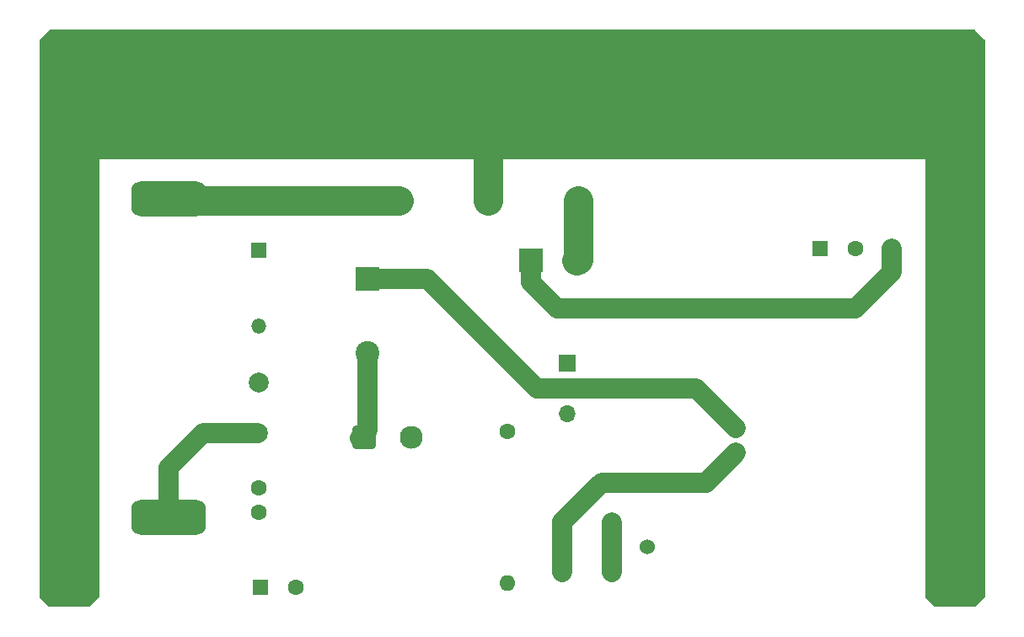
<source format=gbr>
%TF.GenerationSoftware,KiCad,Pcbnew,(6.0.5)*%
%TF.CreationDate,2022-07-10T15:42:58-07:00*%
%TF.ProjectId,BRD_strobelight,4252445f-7374-4726-9f62-656c69676874,rev?*%
%TF.SameCoordinates,Original*%
%TF.FileFunction,Copper,L1,Top*%
%TF.FilePolarity,Positive*%
%FSLAX46Y46*%
G04 Gerber Fmt 4.6, Leading zero omitted, Abs format (unit mm)*
G04 Created by KiCad (PCBNEW (6.0.5)) date 2022-07-10 15:42:58*
%MOMM*%
%LPD*%
G01*
G04 APERTURE LIST*
G04 Aperture macros list*
%AMRoundRect*
0 Rectangle with rounded corners*
0 $1 Rounding radius*
0 $2 $3 $4 $5 $6 $7 $8 $9 X,Y pos of 4 corners*
0 Add a 4 corners polygon primitive as box body*
4,1,4,$2,$3,$4,$5,$6,$7,$8,$9,$2,$3,0*
0 Add four circle primitives for the rounded corners*
1,1,$1+$1,$2,$3*
1,1,$1+$1,$4,$5*
1,1,$1+$1,$6,$7*
1,1,$1+$1,$8,$9*
0 Add four rect primitives between the rounded corners*
20,1,$1+$1,$2,$3,$4,$5,0*
20,1,$1+$1,$4,$5,$6,$7,0*
20,1,$1+$1,$6,$7,$8,$9,0*
20,1,$1+$1,$8,$9,$2,$3,0*%
G04 Aperture macros list end*
%TA.AperFunction,ComponentPad*%
%ADD10C,2.000000*%
%TD*%
%TA.AperFunction,ComponentPad*%
%ADD11RoundRect,0.875000X2.875000X-0.875000X2.875000X0.875000X-2.875000X0.875000X-2.875000X-0.875000X0*%
%TD*%
%TA.AperFunction,ComponentPad*%
%ADD12RoundRect,0.250000X-0.550000X-0.550000X0.550000X-0.550000X0.550000X0.550000X-0.550000X0.550000X0*%
%TD*%
%TA.AperFunction,ComponentPad*%
%ADD13C,1.600000*%
%TD*%
%TA.AperFunction,ComponentPad*%
%ADD14R,2.400000X2.400000*%
%TD*%
%TA.AperFunction,ComponentPad*%
%ADD15C,2.400000*%
%TD*%
%TA.AperFunction,ComponentPad*%
%ADD16R,1.700000X1.700000*%
%TD*%
%TA.AperFunction,ComponentPad*%
%ADD17O,1.700000X1.700000*%
%TD*%
%TA.AperFunction,ConnectorPad*%
%ADD18C,5.000000*%
%TD*%
%TA.AperFunction,ComponentPad*%
%ADD19C,2.900000*%
%TD*%
%TA.AperFunction,ComponentPad*%
%ADD20O,1.600000X1.600000*%
%TD*%
%TA.AperFunction,ComponentPad*%
%ADD21R,1.500000X1.500000*%
%TD*%
%TA.AperFunction,ComponentPad*%
%ADD22O,1.500000X1.500000*%
%TD*%
%TA.AperFunction,ComponentPad*%
%ADD23C,2.700000*%
%TD*%
%TA.AperFunction,ComponentPad*%
%ADD24C,4.516000*%
%TD*%
%TA.AperFunction,ComponentPad*%
%ADD25C,1.524000*%
%TD*%
%TA.AperFunction,ComponentPad*%
%ADD26R,2.480000X2.480000*%
%TD*%
%TA.AperFunction,ComponentPad*%
%ADD27C,2.480000*%
%TD*%
%TA.AperFunction,ComponentPad*%
%ADD28RoundRect,0.250001X-0.899999X-0.899999X0.899999X-0.899999X0.899999X0.899999X-0.899999X0.899999X0*%
%TD*%
%TA.AperFunction,ComponentPad*%
%ADD29C,2.300000*%
%TD*%
%TA.AperFunction,Conductor*%
%ADD30C,3.000000*%
%TD*%
%TA.AperFunction,Conductor*%
%ADD31C,2.000000*%
%TD*%
G04 APERTURE END LIST*
D10*
%TO.P,F1,1*%
%TO.N,Net-(C2-Pad1)*%
X97000000Y-93460000D03*
%TO.P,F1,2*%
%TO.N,Net-(R1-Pad1)*%
X96990000Y-98540000D03*
%TD*%
D11*
%TO.P,R1,1*%
%TO.N,Net-(R1-Pad1)*%
X88000000Y-107000000D03*
%TO.P,R1,2*%
%TO.N,Net-(P1-Pad1)*%
X88000000Y-75000000D03*
%TD*%
D12*
%TO.P,DS1,1*%
%TO.N,Net-(C2-Pad2)*%
X97200000Y-114000000D03*
D13*
%TO.P,DS1,2*%
%TO.N,Net-(D2-Pad1)*%
X100800000Y-114000000D03*
%TD*%
D14*
%TO.P,C1,1*%
%TO.N,Net-(C1-Pad1)*%
X108000000Y-83000000D03*
D15*
%TO.P,C1,2*%
%TO.N,Net-(C1-Pad2)*%
X108000000Y-90500000D03*
%TD*%
D16*
%TO.P,D2,1,K*%
%TO.N,Net-(D2-Pad1)*%
X128000000Y-91475000D03*
D17*
%TO.P,D2,2,A*%
%TO.N,Net-(C1-Pad1)*%
X128000000Y-94015000D03*
%TO.P,D2,3,G*%
%TO.N,Net-(D2-Pad3)*%
X128000000Y-96555000D03*
%TD*%
D18*
%TO.P,H1,1,1*%
%TO.N,Net-(H1-Pad1)*%
X78000000Y-62000000D03*
D19*
X78000000Y-62000000D03*
%TD*%
D13*
%TO.P,R2,1*%
%TO.N,Net-(D2-Pad3)*%
X122000000Y-98380000D03*
D20*
%TO.P,R2,2*%
%TO.N,Net-(R2-Pad2)*%
X122000000Y-113620000D03*
%TD*%
D19*
%TO.P,H4,1,1*%
%TO.N,Net-(H1-Pad1)*%
X167000000Y-113000000D03*
D18*
X167000000Y-113000000D03*
%TD*%
D19*
%TO.P,H2,1,1*%
%TO.N,Net-(H1-Pad1)*%
X167000000Y-62000000D03*
D18*
X167000000Y-62000000D03*
%TD*%
%TO.P,H3,1,1*%
%TO.N,Net-(H1-Pad1)*%
X78000000Y-113000000D03*
D19*
X78000000Y-113000000D03*
%TD*%
D21*
%TO.P,D1,1,K*%
%TO.N,Net-(C1-Pad1)*%
X97000000Y-80185000D03*
D22*
%TO.P,D1,2,A*%
%TO.N,Net-(C2-Pad1)*%
X97000000Y-87805000D03*
%TD*%
D23*
%TO.P,P1,1,AC_P*%
%TO.N,Net-(P1-Pad1)*%
X111093250Y-75206750D03*
%TO.P,P1,2,AC_N*%
%TO.N,Net-(P1-Pad2)*%
X129093250Y-75206750D03*
%TO.P,P1,3,EARTH*%
%TO.N,Net-(H1-Pad1)*%
X120093250Y-75206750D03*
D24*
%TO.P,P1,MH1*%
X100093250Y-67906750D03*
%TO.P,P1,MH2*%
X140093250Y-67906750D03*
%TD*%
D25*
%TO.P,T1,1*%
%TO.N,Net-(D2-Pad1)*%
X132550000Y-107500000D03*
%TO.P,T1,2*%
%TO.N,Net-(C3-Pad2)*%
X127550000Y-112500000D03*
%TO.P,T1,3*%
%TO.N,Net-(D2-Pad1)*%
X132550000Y-112500000D03*
%TO.P,T1,4*%
%TO.N,Net-(DS2-Pad2)*%
X136050000Y-110000000D03*
%TD*%
D13*
%TO.P,C2,1*%
%TO.N,Net-(C2-Pad1)*%
X97000000Y-104000000D03*
%TO.P,C2,2*%
%TO.N,Net-(C2-Pad2)*%
X97000000Y-106500000D03*
%TD*%
D12*
%TO.P,DS2,1*%
%TO.N,Net-(C1-Pad1)*%
X153400000Y-80000000D03*
D13*
%TO.P,DS2,2*%
%TO.N,Net-(DS2-Pad2)*%
X157000000Y-80000000D03*
%TO.P,DS2,3*%
%TO.N,Net-(C1-Pad2)*%
X160600000Y-80000000D03*
%TD*%
%TO.P,C3,1*%
%TO.N,Net-(C1-Pad1)*%
X145000000Y-98000000D03*
%TO.P,C3,2*%
%TO.N,Net-(C3-Pad2)*%
X145000000Y-100500000D03*
%TD*%
D26*
%TO.P,SW1,1*%
%TO.N,Net-(C1-Pad2)*%
X124400000Y-81150000D03*
D27*
%TO.P,SW1,2*%
%TO.N,Net-(P1-Pad2)*%
X129000000Y-81150000D03*
%TD*%
D28*
%TO.P,R3,1,1*%
%TO.N,Net-(C1-Pad2)*%
X107600000Y-98975000D03*
D29*
%TO.P,R3,2,2*%
%TO.N,Net-(R2-Pad2)*%
X112400000Y-98975000D03*
%TD*%
D30*
%TO.N,Net-(H1-Pad1)*%
X120093250Y-70000000D02*
X120093250Y-75206750D01*
D31*
%TO.N,Net-(R1-Pad1)*%
X91460000Y-98540000D02*
X96990000Y-98540000D01*
X88000000Y-102000000D02*
X91460000Y-98540000D01*
X88000000Y-107000000D02*
X88000000Y-102000000D01*
%TO.N,Net-(C3-Pad2)*%
X127550000Y-107450000D02*
X131500000Y-103500000D01*
X131500000Y-103500000D02*
X142000000Y-103500000D01*
X127550000Y-112500000D02*
X127550000Y-107450000D01*
X142000000Y-103500000D02*
X145000000Y-100500000D01*
%TO.N,Net-(D2-Pad1)*%
X132550000Y-112500000D02*
X132550000Y-107500000D01*
%TO.N,Net-(C1-Pad2)*%
X127000000Y-86000000D02*
X157000000Y-86000000D01*
X124400000Y-81150000D02*
X124400000Y-83400000D01*
X124400000Y-83400000D02*
X127000000Y-86000000D01*
X157000000Y-86000000D02*
X160600000Y-82400000D01*
X108000000Y-98240000D02*
X108000000Y-90500000D01*
X160600000Y-82400000D02*
X160600000Y-80000000D01*
X107200000Y-99040000D02*
X108000000Y-98240000D01*
%TO.N,Net-(C1-Pad1)*%
X125015000Y-94015000D02*
X128000000Y-94015000D01*
X141015000Y-94015000D02*
X128000000Y-94015000D01*
X114000000Y-83000000D02*
X125015000Y-94015000D01*
X145000000Y-98000000D02*
X141015000Y-94015000D01*
X108000000Y-83000000D02*
X114000000Y-83000000D01*
D30*
%TO.N,Net-(P1-Pad1)*%
X88206750Y-75206750D02*
X88000000Y-75000000D01*
X111093250Y-75206750D02*
X88206750Y-75206750D01*
%TO.N,Net-(P1-Pad2)*%
X129093250Y-81056750D02*
X129000000Y-81150000D01*
X129093250Y-75206750D02*
X129093250Y-81056750D01*
%TD*%
%TA.AperFunction,Conductor*%
%TO.N,Net-(H1-Pad1)*%
G36*
X169015931Y-58020002D02*
G01*
X169036905Y-58036905D01*
X169963095Y-58963095D01*
X169997121Y-59025407D01*
X170000000Y-59052190D01*
X170000000Y-114947810D01*
X169979998Y-115015931D01*
X169963095Y-115036905D01*
X169036905Y-115963095D01*
X168974593Y-115997121D01*
X168947810Y-116000000D01*
X165052190Y-116000000D01*
X164984069Y-115979998D01*
X164963095Y-115963095D01*
X164036905Y-115036905D01*
X164002879Y-114974593D01*
X164000000Y-114947810D01*
X164000000Y-71000000D01*
X81000000Y-71000000D01*
X81000000Y-114947810D01*
X80979998Y-115015931D01*
X80963095Y-115036905D01*
X80036905Y-115963095D01*
X79974593Y-115997121D01*
X79947810Y-116000000D01*
X76052190Y-116000000D01*
X75984069Y-115979998D01*
X75963095Y-115963095D01*
X75036905Y-115036905D01*
X75002879Y-114974593D01*
X75000000Y-114947810D01*
X75000000Y-59052190D01*
X75020002Y-58984069D01*
X75036905Y-58963095D01*
X75963095Y-58036905D01*
X76025407Y-58002879D01*
X76052190Y-58000000D01*
X168947810Y-58000000D01*
X169015931Y-58020002D01*
G37*
%TD.AperFunction*%
%TD*%
M02*

</source>
